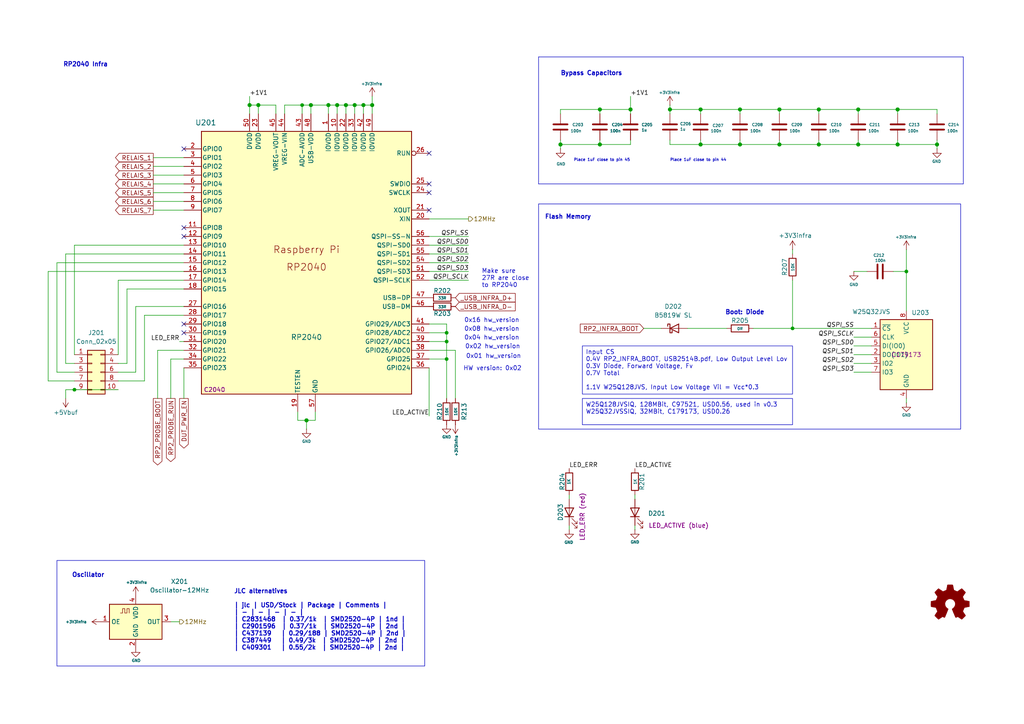
<source format=kicad_sch>
(kicad_sch (version 20250114) (generator "eeschema") (generator_version "9.0")
  (paper "A4")
  (title_block (title "Octoprobe tentacle") (date "2025-11-24") (rev "0.6") (company "Hans Märki, Märki Informatik") (comment 1 "The MIT License (MIT)"))
  (lib_symbols
    (symbol "00_project_library:+3V3infra" (power) (pin_numbers (hide yes)) (pin_names (offset 0) (hide yes))
      (property "Value" "+3V3infra" (at 0 3.556 0))
      (symbol "+3V3infra_0_1"
        (polyline (pts (xy -0.762 1.27) (xy 0 2.54)))
        (polyline (pts (xy 0 2.54) (xy 0.762 1.27)))
        (polyline (pts (xy 0 0) (xy 0 2.54)))
      )
      (symbol "+3V3infra_1_1"
        (pin power_in line (at 0 0 90) (length 0) (name "~") (number "1"))
      )
    )
    (symbol "00_project_library:+5Vbuf" (power) (pin_numbers (hide yes)) (pin_names (offset 0) (hide yes))
      (property "Value" "+5Vbuf" (at 0 3.556 0))
      (symbol "+5Vbuf_0_1"
        (polyline (pts (xy -0.762 1.27) (xy 0 2.54)))
        (polyline (pts (xy 0 2.54) (xy 0.762 1.27)))
        (polyline (pts (xy 0 0) (xy 0 2.54)))
      )
      (symbol "+5Vbuf_1_1"
        (pin power_in line (at 0 0 90) (length 0) (name "~") (number "1"))
      )
    )
    (symbol "00_project_library:C" (pin_numbers (hide yes)) (pin_names (offset 0.254))
      (property "Reference" "C" (at 0.635 2.54 0))
      (property "Value" "C" (at 0.635 -2.54 0))
      (symbol "C_0_1"
        (polyline (pts (xy -2.032 0.762) (xy 2.032 0.762)) (stroke (width 0.508)))
        (polyline (pts (xy -2.032 -0.762) (xy 2.032 -0.762)) (stroke (width 0.508)))
      )
      (symbol "C_1_1"
        (pin passive line (at 0 3.81 270) (length 2.794) (name "~") (number "1"))
        (pin passive line (at 0 -3.81 90) (length 2.794) (name "~") (number "2"))
      )
    )
    (symbol "00_project_library:LED BLUE" (pin_numbers (hide yes)) (pin_names (offset 1.016) (hide yes))
      (property "Reference" "D" (at 0 2.54 0))
      (property "Value" "LED BLUE" (at 0 -2.54 0))
      (symbol "LED BLUE_0_1"
        (polyline (pts (xy -3.048 -0.762) (xy -4.572 -2.286) (xy -3.81 -2.286) (xy -4.572 -2.286) (xy -4.572 -1.524)))
        (polyline (pts (xy -1.778 -0.762) (xy -3.302 -2.286) (xy -2.54 -2.286) (xy -3.302 -2.286) (xy -3.302 -1.524)))
        (polyline (pts (xy -1.27 0) (xy 1.27 0)))
        (polyline (pts (xy -1.27 -1.27) (xy -1.27 1.27)) (stroke (width 0.254)))
        (polyline (pts (xy 1.27 -1.27) (xy 1.27 1.27) (xy -1.27 0) (xy 1.27 -1.27)) (stroke (width 0.254)))
      )
      (symbol "LED BLUE_1_1"
        (pin passive line (at -3.81 0 0) (length 2.54) (name "K") (number "1"))
        (pin passive line (at 3.81 0 180) (length 2.54) (name "A") (number "2"))
      )
    )
    (symbol "00_project_library:LED GREEN" (pin_numbers (hide yes)) (pin_names (offset 1.016) (hide yes))
      (property "Reference" "D" (at 0 2.54 0))
      (property "Value" "LED GREEN" (at 0 -2.54 0))
      (symbol "LED GREEN_0_1"
        (polyline (pts (xy -3.048 -0.762) (xy -4.572 -2.286) (xy -3.81 -2.286) (xy -4.572 -2.286) (xy -4.572 -1.524)))
        (polyline (pts (xy -1.778 -0.762) (xy -3.302 -2.286) (xy -2.54 -2.286) (xy -3.302 -2.286) (xy -3.302 -1.524)))
        (polyline (pts (xy -1.27 0) (xy 1.27 0)))
        (polyline (pts (xy -1.27 -1.27) (xy -1.27 1.27)) (stroke (width 0.254)))
        (polyline (pts (xy 1.27 -1.27) (xy 1.27 1.27) (xy -1.27 0) (xy 1.27 -1.27)) (stroke (width 0.254)))
      )
      (symbol "LED GREEN_1_1"
        (pin passive line (at -3.81 0 0) (length 2.54) (name "K") (number "1"))
        (pin passive line (at 3.81 0 180) (length 2.54) (name "A") (number "2"))
      )
    )
    (symbol "00_project_library:Oscillator-12MHz"
      (property "Reference" "X" (at -5.08 6.35 0))
      (property "Value" "Oscillator-12MHz" (at 1.27 -6.35 0))
      (symbol "Oscillator-12MHz_0_1"
        (rectangle (start -7.62 5.08) (end 7.62 -5.08) (stroke (width 0.254)) (fill (type background)))
        (polyline (pts (xy -4.445 2.54) (xy -3.81 2.54) (xy -3.81 3.81) (xy -3.175 3.81) (xy -3.175 2.54) (xy -2.54 2.54) (xy -2.54 3.81) (xy -1.905 3.81) (xy -1.905 2.54)))
      )
      (symbol "Oscillator-12MHz_1_1"
        (pin input line (at -10.16 0 0) (length 2.54) (name "OE") (number "1"))
        (pin power_in line (at 0 7.62 270) (length 2.54) (name "VDD") (number "4"))
        (pin power_in line (at 0 -7.62 90) (length 2.54) (name "GND") (number "2"))
        (pin output line (at 10.16 0 180) (length 2.54) (name "OUT") (number "3"))
      )
    )
    (symbol "00_project_library:RP2040" (pin_names (offset 0.254))
      (property "Reference" "U" (at 1.27 78.74 0))
      (property "Value" "RP2040" (at 30.48 16.51 0))
      (symbol "RP2040_0_0"
        (text "Raspberry Pi" (at 30.48 41.91 0) (effects (font (size 2 2))))
        (text "RP2040" (at 30.48 36.83 0) (effects (font (size 2 2))))
      )
      (symbol "RP2040_1_0"
        (rectangle (start 0 76.2) (end 60.96 0) (stroke (width 0.254)) (fill (type background)))
      )
      (symbol "RP2040_1_1"
        (pin bidirectional line (at -5.08 71.12 0) (length 5.08) (name "GPIO0") (number "2"))
        (pin bidirectional line (at -5.08 68.58 0) (length 5.08) (name "GPIO1") (number "3"))
        (pin bidirectional line (at -5.08 66.04 0) (length 5.08) (name "GPIO2") (number "4"))
        (pin bidirectional line (at -5.08 63.5 0) (length 5.08) (name "GPIO3") (number "5"))
        (pin bidirectional line (at -5.08 60.96 0) (length 5.08) (name "GPIO4") (number "6"))
        (pin bidirectional line (at -5.08 58.42 0) (length 5.08) (name "GPIO5") (number "7"))
        (pin bidirectional line (at -5.08 55.88 0) (length 5.08) (name "GPIO6") (number "8"))
        (pin bidirectional line (at -5.08 53.34 0) (length 5.08) (name "GPIO7") (number "9"))
        (pin bidirectional line (at -5.08 48.26 0) (length 5.08) (name "GPIO8") (number "11"))
        (pin bidirectional line (at -5.08 45.72 0) (length 5.08) (name "GPIO9") (number "12"))
        (pin bidirectional line (at -5.08 43.18 0) (length 5.08) (name "GPIO10") (number "13"))
        (pin bidirectional line (at -5.08 40.64 0) (length 5.08) (name "GPIO11") (number "14"))
        (pin bidirectional line (at -5.08 38.1 0) (length 5.08) (name "GPIO12") (number "15"))
        (pin bidirectional line (at -5.08 35.56 0) (length 5.08) (name "GPIO13") (number "16"))
        (pin bidirectional line (at -5.08 33.02 0) (length 5.08) (name "GPIO14") (number "17"))
        (pin bidirectional line (at -5.08 30.48 0) (length 5.08) (name "GPIO15") (number "18"))
        (pin bidirectional line (at -5.08 25.4 0) (length 5.08) (name "GPIO16") (number "27"))
        (pin bidirectional line (at -5.08 22.86 0) (length 5.08) (name "GPIO17") (number "28"))
        (pin bidirectional line (at -5.08 20.32 0) (length 5.08) (name "GPIO18") (number "29"))
        (pin bidirectional line (at -5.08 17.78 0) (length 5.08) (name "GPIO19") (number "30"))
        (pin bidirectional line (at -5.08 15.24 0) (length 5.08) (name "GPIO20") (number "31"))
        (pin bidirectional line (at -5.08 12.7 0) (length 5.08) (name "GPIO21") (number "32"))
        (pin bidirectional line (at -5.08 10.16 0) (length 5.08) (name "GPIO22") (number "34"))
        (pin bidirectional line (at -5.08 7.62 0) (length 5.08) (name "GPIO23") (number "35"))
        (pin power_in line (at 13.97 81.28 270) (length 5.08) (name "DVDD") (number "50"))
        (pin power_in line (at 16.51 81.28 270) (length 5.08) (name "DVDD") (number "23"))
        (pin power_out line (at 21.59 81.28 270) (length 5.08) (name "VREG-VOUT") (number "45"))
        (pin power_in line (at 24.13 81.28 270) (length 5.08) (name "VREG-VIN") (number "44"))
        (pin input line (at 27.94 -5.08 90) (length 5.08) (name "TESTEN") (number "19"))
        (pin power_in line (at 29.21 81.28 270) (length 5.08) (name "ADC-AVDD") (number "43"))
        (pin power_in line (at 31.75 81.28 270) (length 5.08) (name "USB-VDD") (number "48"))
        (pin power_in line (at 33.02 -5.08 90) (length 5.08) (name "GND") (number "57"))
        (pin power_in line (at 36.83 81.28 270) (length 5.08) (name "IOVDD") (number "1"))
        (pin power_in line (at 39.37 81.28 270) (length 5.08) (name "IOVDD") (number "10"))
        (pin power_in line (at 41.91 81.28 270) (length 5.08) (name "IOVDD") (number "22"))
        (pin power_in line (at 44.45 81.28 270) (length 5.08) (name "IOVDD") (number "33"))
        (pin power_in line (at 46.99 81.28 270) (length 5.08) (name "IOVDD") (number "42"))
        (pin power_in line (at 49.53 81.28 270) (length 5.08) (name "IOVDD") (number "49"))
        (pin input inverted (at 66.04 69.85 180) (length 5.08) (name "RUN") (number "26"))
        (pin unspecified line (at 66.04 60.96 180) (length 5.08) (name "SWDIO") (number "25"))
        (pin unspecified line (at 66.04 58.42 180) (length 5.08) (name "SWCLK") (number "24"))
        (pin output line (at 66.04 53.34 180) (length 5.08) (name "XOUT") (number "21"))
        (pin bidirectional line (at 66.04 50.8 180) (length 5.08) (name "XIN") (number "20"))
        (pin bidirectional line (at 66.04 45.72 180) (length 5.08) (name "QSPI-SS-N") (number "56"))
        (pin bidirectional line (at 66.04 43.18 180) (length 5.08) (name "QSPI-SD0") (number "53"))
        (pin bidirectional line (at 66.04 40.64 180) (length 5.08) (name "QSPI-SD1") (number "55"))
        (pin bidirectional line (at 66.04 38.1 180) (length 5.08) (name "QSPI-SD2") (number "54"))
        (pin bidirectional line (at 66.04 35.56 180) (length 5.08) (name "QSPI-SD3") (number "51"))
        (pin bidirectional line (at 66.04 33.02 180) (length 5.08) (name "QSPI-SCLK") (number "52"))
        (pin bidirectional line (at 66.04 27.94 180) (length 5.08) (name "USB-DP") (number "47"))
        (pin bidirectional line (at 66.04 25.4 180) (length 5.08) (name "USB-DM") (number "46"))
        (pin bidirectional line (at 66.04 20.32 180) (length 5.08) (name "GPIO29/ADC3") (number "41"))
        (pin bidirectional line (at 66.04 17.78 180) (length 5.08) (name "GPIO28/ADC2") (number "40"))
        (pin bidirectional line (at 66.04 15.24 180) (length 5.08) (name "GPIO27/ADC1") (number "39"))
        (pin bidirectional line (at 66.04 12.7 180) (length 5.08) (name "GPIO26/ADC0") (number "38"))
        (pin bidirectional line (at 66.04 10.16 180) (length 5.08) (name "GPIO25") (number "37"))
        (pin bidirectional line (at 66.04 7.62 180) (length 5.08) (name "GPIO24") (number "36"))
      )
    )
    (symbol "00_project_library:W25Q32JVS"
      (property "Reference" "U" (at -8.89 8.89 0))
      (property "Value" "W25Q32JVS" (at 8.89 12.7 0))
      (property "JLC" "C179173" (at 0 0 0))
      (symbol "W25Q32JVS_0_1"
        (rectangle (start -7.62 10.16) (end 7.62 -10.16) (stroke (width 0.254)) (fill (type background)))
      )
      (symbol "W25Q32JVS_1_1"
        (pin input line (at -10.16 7.62 0) (length 2.54) (name "~{CS}") (number "1"))
        (pin input line (at -10.16 5.08 0) (length 2.54) (name "CLK") (number "6"))
        (pin bidirectional line (at -10.16 2.54 0) (length 2.54) (name "DI(IO0)") (number "5"))
        (pin bidirectional line (at -10.16 0 0) (length 2.54) (name "DO(IO1)") (number "2"))
        (pin bidirectional line (at -10.16 -2.54 0) (length 2.54) (name "IO2") (number "3"))
        (pin bidirectional line (at -10.16 -5.08 0) (length 2.54) (name "IO3") (number "7"))
        (pin power_in line (at 0 12.7 270) (length 2.54) (name "VCC") (number "8"))
        (pin power_in line (at 0 -12.7 90) (length 2.54) (name "GND") (number "4"))
      )
    )
    (symbol "Connector_Generic:Conn_02x05_Odd_Even" (pin_names (offset 1.016) (hide yes))
      (property "Reference" "J" (at 1.27 7.62 0))
      (property "Value" "Conn_02x05_Odd_Even" (at 1.27 -7.62 0))
      (symbol "Conn_02x05_Odd_Even_1_1"
        (rectangle (start -1.27 6.35) (end 3.81 -6.35) (stroke (width 0.254)) (fill (type background)))
        (rectangle (start -1.27 5.207) (end 0 4.953) (stroke (width 0.1524)))
        (rectangle (start -1.27 2.667) (end 0 2.413) (stroke (width 0.1524)))
        (rectangle (start -1.27 0.127) (end 0 -0.127) (stroke (width 0.1524)))
        (rectangle (start -1.27 -2.413) (end 0 -2.667) (stroke (width 0.1524)))
        (rectangle (start -1.27 -4.953) (end 0 -5.207) (stroke (width 0.1524)))
        (rectangle (start 3.81 5.207) (end 2.54 4.953) (stroke (width 0.1524)))
        (rectangle (start 3.81 2.667) (end 2.54 2.413) (stroke (width 0.1524)))
        (rectangle (start 3.81 0.127) (end 2.54 -0.127) (stroke (width 0.1524)))
        (rectangle (start 3.81 -2.413) (end 2.54 -2.667) (stroke (width 0.1524)))
        (rectangle (start 3.81 -4.953) (end 2.54 -5.207) (stroke (width 0.1524)))
        (pin passive line (at -5.08 5.08 0) (length 3.81) (name "Pin_1") (number "1"))
        (pin passive line (at -5.08 2.54 0) (length 3.81) (name "Pin_3") (number "3"))
        (pin passive line (at -5.08 0 0) (length 3.81) (name "Pin_5") (number "5"))
        (pin passive line (at -5.08 -2.54 0) (length 3.81) (name "Pin_7") (number "7"))
        (pin passive line (at -5.08 -5.08 0) (length 3.81) (name "Pin_9") (number "9"))
        (pin passive line (at 7.62 5.08 180) (length 3.81) (name "Pin_2") (number "2"))
        (pin passive line (at 7.62 2.54 180) (length 3.81) (name "Pin_4") (number "4"))
        (pin passive line (at 7.62 0 180) (length 3.81) (name "Pin_6") (number "6"))
        (pin passive line (at 7.62 -2.54 180) (length 3.81) (name "Pin_8") (number "8"))
        (pin passive line (at 7.62 -5.08 180) (length 3.81) (name "Pin_10") (number "10"))
      )
    )
    (symbol "Device:D_Schottky" (pin_numbers (hide yes)) (pin_names (offset 1.016) (hide yes))
      (property "Reference" "D" (at 0 2.54 0))
      (property "Value" "D_Schottky" (at 0 -2.54 0))
      (symbol "D_Schottky_0_1"
        (polyline (pts (xy -1.905 0.635) (xy -1.905 1.27) (xy -1.27 1.27) (xy -1.27 -1.27) (xy -0.635 -1.27) (xy -0.635 -0.635)) (stroke (width 0.254)))
        (polyline (pts (xy 1.27 1.27) (xy 1.27 -1.27) (xy -1.27 0) (xy 1.27 1.27)) (stroke (width 0.254)))
        (polyline (pts (xy 1.27 0) (xy -1.27 0)))
      )
      (symbol "D_Schottky_1_1"
        (pin passive line (at -3.81 0 0) (length 2.54) (name "K") (number "1"))
        (pin passive line (at 3.81 0 180) (length 2.54) (name "A") (number "2"))
      )
    )
    (symbol "Device:R" (pin_numbers (hide yes)) (pin_names (offset 0))
      (property "Reference" "R" (at 2.032 0 90))
      (property "Value" "R" (at 0 0 90))
      (symbol "R_0_1"
        (rectangle (start -1.016 -2.54) (end 1.016 2.54) (stroke (width 0.254)))
      )
      (symbol "R_1_1"
        (pin passive line (at 0 3.81 270) (length 1.27) (name "~") (number "1"))
        (pin passive line (at 0 -3.81 90) (length 1.27) (name "~") (number "2"))
      )
    )
    (symbol "Graphic:Logo_Open_Hardware_Small" (in_bom no) (on_board no)
      (symbol "Logo_Open_Hardware_Small_0_1"
        (polyline (pts (xy 3.3528 -4.3434) (xy 3.302 -4.318) (xy 3.175 -4.2418) (xy 2.9972 -4.1148) (xy 2.7686 -3.9624) (xy 2.54 -3.81) (xy 2.3622 -3.7084) (xy 2.2352 -3.6068) (xy 2.1844 -3.5814) (xy 2.159 -3.6068) (xy 2.0574 -3.6576) (xy 1.905 -3.7338) (xy 1.8034 -3.7846) (xy 1.6764 -3.8354) (xy 1.6002 -3.8354) (xy 1.6002 -3.8354) (xy 1.5494 -3.7338) (xy 1.4732 -3.5306) (xy 1.3462 -3.302) (xy 1.2446 -3.0226) (xy 1.1176 -2.7178) (xy 0.9652 -2.413) (xy 0.8636 -2.1082) (xy 0.7366 -1.8288) (xy 0.6604 -1.6256) (xy 0.6096 -1.4732) (xy 0.5842 -1.397) (xy 0.5842 -1.397) (xy 0.6604 -1.3208) (xy 0.7874 -1.2446) (xy 1.0414 -1.016) (xy 1.2954 -0.6858) (xy 1.4478 -0.3302) (xy 1.524 0.0762) (xy 1.4732 0.4572) (xy 1.3208 0.8128) (xy 1.0668 1.143) (xy 0.762 1.3716) (xy 0.4064 1.524) (xy 0 1.5748) (xy -0.381 1.5494) (xy -0.7366 1.397) (xy -1.0668 1.143) (xy -1.2192 0.9906) (xy -1.397 0.6604) (xy -1.524 0.3048) (xy -1.524 0.2286) (xy -1.4986 -0.1778) (xy -1.397 -0.5334) (xy -1.1938 -0.8636) (xy -0.9144 -1.143) (xy -0.8636 -1.1684) (xy -0.7366 -1.27) (xy -0.635 -1.3462) (xy -0.5842 -1.397) (xy -1.0668 -2.5908) (xy -1.143 -2.794) (xy -1.2954 -3.1242) (xy -1.397 -3.4036) (xy -1.4986 -3.6322) (xy -1.5748 -3.7846) (xy -1.6002 -3.8354) (xy -1.6002 -3.8354) (xy -1.651 -3.8354) (xy -1.7272 -3.81) (xy -1.905 -3.7338) (xy -2.0066 -3.683) (xy -2.1336 -3.6068) (xy -2.2098 -3.5814) (xy -2.2606 -3.6068) (xy -2.3622 -3.683) (xy -2.54 -3.81) (xy -2.7686 -3.9624) (xy -2.9718 -4.0894) (xy -3.1496 -4.2164) (xy -3.302 -4.318) (xy -3.3528 -4.3434) (xy -3.3782 -4.3434) (xy -3.429 -4.318) (xy -3.5306 -4.2164) (xy -3.7084 -4.064) (xy -3.937 -3.8354) (xy -3.9624 -3.81) (xy -4.1656 -3.6068) (xy -4.318 -3.4544) (xy -4.4196 -3.3274) (xy -4.445 -3.2766) (xy -4.445 -3.2766) (xy -4.4196 -3.2258) (xy -4.318 -3.0734) (xy -4.2164 -2.8956) (xy -4.064 -2.667) (xy -3.6576 -2.0828) (xy -3.8862 -1.5494) (xy -3.937 -1.3716) (xy -4.0386 -1.1684) (xy -4.0894 -1.0414) (xy -4.1148 -0.9652) (xy -4.191 -0.9398) (xy -4.318 -0.9144) (xy -4.5466 -0.8636) (xy -4.8006 -0.8128) (xy -5.0546 -0.7874) (xy -5.2578 -0.7366) (xy -5.4356 -0.7112) (xy -5.5118 -0.6858) (xy -5.5118 -0.6858) (xy -5.5372 -0.635) (xy -5.5372 -0.5588) (xy -5.5372 -0.4318) (xy -5.5626 -0.2286) (xy -5.5626 0.0762) (xy -5.5626 0.127) (xy -5.5372 0.4064) (xy -5.5372 0.635) (xy -5.5372 0.762) (xy -5.5372 0.8382) (xy -5.5372 0.8382) (xy -5.461 0.8382) (xy -5.3086 0.889) (xy -5.08 0.9144) (xy -4.826 0.9652) (xy -4.8006 0.9906) (xy -4.5466 1.0414) (xy -4.318 1.0668) (xy -4.1656 1.1176) (xy -4.0894 1.143) (xy -4.0894 1.143) (xy -4.0386 1.2446) (xy -3.9624 1.4224) (xy -3.8608 1.6256) (xy -3.7846 1.8288) (xy -3.7084 2.0066) (xy -3.6576 2.159) (xy -3.6322 2.2098) (xy -3.6322 2.2098) (xy -3.683 2.286) (xy -3.7592 2.413) (xy -3.8862 2.5908) (xy -4.064 2.8194) (xy -4.064 2.8448) (xy -4.2164 3.0734) (xy -4.3434 3.2512) (xy -4.4196 3.3782) (xy -4.445 3.4544) (xy -4.445 3.4544) (xy -4.3942 3.5052) (xy -4.2926 3.6322) (xy -4.1148 3.81) (xy -3.937 4.0132) (xy -3.8608 4.064) (xy -3.6576 4.2926) (xy -3.5052 4.4196) (xy -3.4036 4.4958) (xy -3.3528 4.5212) (xy -3.3528 4.5212) (xy -3.302 4.4704) (xy -3.1496 4.3688) (xy -2.9718 4.2418) (xy -2.7432 4.0894) (xy -2.7178 4.0894) (xy -2.4892 3.937) (xy -2.3114 3.81) (xy -2.1844 3.7084) (xy -2.1336 3.683) (xy -2.1082 3.683) (xy -2.032 3.7084) (xy -1.8542 3.7592) (xy -1.6764 3.8354) (xy -1.4732 3.937) (xy -1.27 4.0132) (xy -1.143 4.064) (xy -1.0668 4.1148) (xy -1.0668 4.1148) (xy -1.0414 4.191) (xy -1.016 4.3434) (xy -0.9652 4.572) (xy -0.9144 4.8514) (xy -0.889 4.9022) (xy -0.8382 5.1562) (xy -0.8128 5.3848) (xy -0.7874 5.5372) (xy -0.762 5.588) (xy -0.7112 5.6134) (xy -0.5842 5.6134) (xy -0.4064 5.6134) (xy -0.1524 5.6134) (xy 0.0762 5.6134) (xy 0.3302 5.6134) (xy 0.5334 5.6134) (xy 0.6858 5.588) (xy 0.7366 5.588) (xy 0.7366 5.588) (xy 0.762 5.5118) (xy 0.8128 5.334) (xy 0.8382 5.1054) (xy 0.9144 4.826) (xy 0.9144 4.7752) (xy 0.9652 4.5212) (xy 1.016 4.2926) (xy 1.0414 4.1402) (xy 1.0668 4.0894) (xy 1.0668 4.0894) (xy 1.1938 4.0386) (xy 1.3716 3.9624) (xy 1.5748 3.8608) (xy 2.0828 3.6576) (xy 2.7178 4.0894) (xy 2.7686 4.1402) (xy 2.9972 4.2926) (xy 3.175 4.4196) (xy 3.302 4.4958) (xy 3.3782 4.5212) (xy 3.3782 4.5212) (xy 3.429 4.4704) (xy 3.556 4.3434) (xy 3.7338 4.191) (xy 3.9116 3.9878) (xy 4.064 3.8354) (xy 4.2418 3.6576) (xy 4.3434 3.556) (xy 4.4196 3.4798) (xy 4.4196 3.429) (xy 4.4196 3.4036) (xy 4.3942 3.3274) (xy 4.2926 3.2004) (xy 4.1656 2.9972) (xy 4.0132 2.794) (xy 3.8862 2.5908) (xy 3.7592 2.3876) (xy 3.6576 2.2352) (xy 3.6322 2.159) (xy 3.6322 2.1336) (xy 3.683 2.0066) (xy 3.7592 1.8288) (xy 3.8608 1.6002) (xy 4.064 1.1176) (xy 4.3942 1.0414) (xy 4.5974 1.016) (xy 4.8768 0.9652) (xy 5.1308 0.9144) (xy 5.5372 0.8382) (xy 5.5626 -0.6604) (xy 5.4864 -0.6858) (xy 5.4356 -0.6858) (xy 5.2832 -0.7366) (xy 5.0546 -0.762) (xy 4.8006 -0.8128) (xy 4.5974 -0.8636) (xy 4.3688 -0.9144) (xy 4.2164 -0.9398) (xy 4.1402 -0.9398) (xy 4.1148 -0.9652) (xy 4.064 -1.0668) (xy 3.9878 -1.2446) (xy 3.9116 -1.4478) (xy 3.81 -1.651) (xy 3.7338 -1.8542) (xy 3.683 -2.0066) (xy 3.6576 -2.0828) (xy 3.683 -2.1336) (xy 3.7846 -2.2606) (xy 3.8862 -2.4638) (xy 4.0386 -2.667) (xy 4.191 -2.8956) (xy 4.318 -3.0734) (xy 4.3942 -3.2004) (xy 4.445 -3.2766) (xy 4.4196 -3.3274) (xy 4.3434 -3.429) (xy 4.1656 -3.5814) (xy 3.937 -3.8354) (xy 3.8862 -3.8608) (xy 3.683 -4.064) (xy 3.5306 -4.2164) (xy 3.4036 -4.318) (xy 3.3528 -4.3434)) (fill (type outline)))
      )
    )
    (symbol "power:GND" (power) (pin_numbers (hide yes)) (pin_names (offset 0) (hide yes))
      (property "Value" "GND" (at 0 -3.81 0))
      (symbol "GND_0_1"
        (polyline (pts (xy 0 0) (xy 0 -1.27) (xy 1.27 -1.27) (xy 0 -2.54) (xy -1.27 -1.27) (xy 0 -1.27)))
      )
      (symbol "GND_1_1"
        (pin power_in line (at 0 0 270) (length 0) (name "~") (number "1"))
      )
    )
  )
  (rectangle (start 156.21 59.1509) (end 278.638 124.46))
  (rectangle (start 16.51 162.56) (end 123.19 193.167))
  (text "Oscillator" (at 20.828 167.64 0) (effects (font (size 1.27 1.27) (thickness 0.254) (bold yes)) (justify left bottom)))
  (text "0x08 hw_version" (at 134.62 96.266 0) (effects (font (size 1.27 1.27)) (justify left bottom)))
  (text "0x01 hw_version" (at 135.128 104.14 0) (effects (font (size 1.27 1.27)) (justify left bottom)))
  (text "0x16 hw_version" (at 134.62 93.726 0) (effects (font (size 1.27 1.27)) (justify left bottom)))
  (text "0x04 hw_version" (at 134.6161 98.806 0) (effects (font (size 1.27 1.27)) (justify left bottom)))
  (text "0x02 hw_version" (at 134.874 101.346 0) (effects (font (size 1.27 1.27)) (justify left bottom)))
  (text "JLC alternatives\n\n| jlc | USD/Stock | Package | Comments |\n| - | - | - | - |\n| C2831468  | 0.37/1k  | SMD2520-4P | 1nd |\n| C2901596  | 0.37/1k  | SMD2520-4P | 2nd |\n| C437139   | 0.29/188 | SMD2520-4P | 2nd |\n| C387449   | 0.49/3k  | SMD2520-4P | 2nd |\n| C409301   | 0.55/2k  | SMD2520-4P | 2nd |" (at 67.818 188.722 0) (effects (font (size 1.27 1.27) (thickness 0.254) (bold yes)) (justify left bottom)))
  (text "Make sure\n27R are close\nto RP2040" (at 139.7 83.566 0) (effects (font (size 1.27 1.27)) (justify left bottom)))
  (text "HW version: 0x02" (at 134.366 107.696 0) (effects (font (size 1.27 1.27)) (justify left bottom)))
  (text "RP2040 Infra" (at 18.288 19.558 0) (effects (font (size 1.27 1.27) (thickness 0.254) (bold yes)) (justify left bottom)))
  (text "Place 1uF close to pin 44" (at 194.31 46.99 0) (effects (font (size 0.8 0.8)) (justify left bottom)))
  (text "Place 1uF close to pin 45" (at 166.37 46.99 0) (effects (font (size 0.8 0.8)) (justify left bottom)))
  (text "Boot: Diode" (at 210.312 91.44 0) (effects (font (size 1.27 1.27) (thickness 0.254) (bold yes)) (justify left bottom)))
  (text "Flash Memory" (at 157.988 63.754 0) (effects (font (size 1.27 1.27) (thickness 0.254) (bold yes)) (justify left bottom)))
  (text "Bypass Capacitors" (at 162.56 22.098 0) (effects (font (size 1.27 1.27) (thickness 0.254) (bold yes)) (justify left bottom)))
  (text_box "W25Q128JVSIQ, 128MBit, C97521, USD0.56, used in v0.3\nW25Q32JVSSIQ, 32MBit, C179173, USD0.26" (at 168.91 115.57 0) (size 60.96 7.62) (margins 0.9525 0.9525 0.9525 0.9525) (effects (font (size 1.27 1.27)) (justify left top)))
  (text_box "Input CS\n0.4V RP2_INFRA_BOOT, USB2514B.pdf, Low Output Level Lov\n0.3V Diode, Forward Voltage, Fv\n0.7V Total\n\n1.1V W25Q128JVS, Input Low Voltage Vil = Vcc*0.3\n" (at 168.91 100.33 0) (size 60.96 13.97) (margins 0.9525 0.9525 0.9525 0.9525) (effects (font (size 1.27 1.27)) (justify left top)))
  (junction (at 100.33 30.48) (diameter 1.016))
  (junction (at 129.54 104.14))
  (junction (at 129.54 96.52))
  (junction (at 88.9 121.92) (diameter 1.016))
  (junction (at 262.89 78.74))
  (junction (at 182.88 31.75) (diameter 1.016))
  (junction (at 107.95 30.48) (diameter 1.016))
  (junction (at 226.06 31.75) (diameter 1.016))
  (junction (at 162.56 41.91) (diameter 1.016))
  (junction (at 87.63 30.48))
  (junction (at 237.49 31.75) (diameter 1.016))
  (junction (at 72.39 30.48) (diameter 1.016))
  (junction (at 226.06 41.91) (diameter 1.016))
  (junction (at 248.92 31.75) (diameter 1.016))
  (junction (at 97.79 30.48) (diameter 1.016))
  (junction (at 129.54 99.06))
  (junction (at 173.99 41.91) (diameter 1.016))
  (junction (at 90.17 30.48) (diameter 1.016))
  (junction (at 214.63 31.75) (diameter 1.016))
  (junction (at 194.31 31.75) (diameter 1.016))
  (junction (at 271.78 41.91) (diameter 1.016))
  (junction (at 105.41 30.48) (diameter 1.016))
  (junction (at 95.25 30.48) (diameter 1.016))
  (junction (at 74.93 30.48) (diameter 1.016))
  (junction (at 229.87 95.25))
  (junction (at 260.35 31.75) (diameter 1.016))
  (junction (at 203.2 41.91) (diameter 1.016))
  (junction (at 214.63 41.91) (diameter 1.016))
  (junction (at 260.35 41.91) (diameter 1.016))
  (junction (at 102.87 30.48) (diameter 1.016))
  (junction (at 237.49 41.91) (diameter 1.016))
  (junction (at 21.59 113.03))
  (junction (at 248.92 41.91) (diameter 1.016))
  (junction (at 173.99 31.75) (diameter 1.016))
  (junction (at 203.2 31.75) (diameter 1.016))
  (no_connect (at 53.34 68.58))
  (no_connect (at 53.34 96.52))
  (no_connect (at 124.46 53.34))
  (no_connect (at 53.34 66.04))
  (no_connect (at 124.46 60.96))
  (no_connect (at 124.46 55.88))
  (no_connect (at 53.34 43.18))
  (no_connect (at 53.34 93.98))
  (no_connect (at 124.46 44.45))
  (wire (pts (xy 107.95 33.02) (xy 107.95 30.48)))
  (wire (pts (xy 124.46 104.14) (xy 129.54 104.14)))
  (wire (pts (xy 44.45 48.26) (xy 53.34 48.26)))
  (wire (pts (xy 262.89 72.39) (xy 262.89 78.74)))
  (wire (pts (xy 36.83 83.82) (xy 53.34 83.82)))
  (wire (pts (xy 124.46 71.12) (xy 135.89 71.12)))
  (wire (pts (xy 39.37 88.9) (xy 39.37 107.95)))
  (wire (pts (xy 88.9 121.92) (xy 91.44 121.92)))
  (wire (pts (xy 44.45 58.42) (xy 53.34 58.42)))
  (wire (pts (xy 21.59 110.49) (xy 13.97 110.49)))
  (wire (pts (xy 91.44 121.92) (xy 91.44 119.38)))
  (wire (pts (xy 100.33 30.48) (xy 102.87 30.48)))
  (wire (pts (xy 90.17 33.02) (xy 90.17 30.48)))
  (wire (pts (xy 226.06 41.91) (xy 214.63 41.91)))
  (wire (pts (xy 105.41 30.48) (xy 107.95 30.48)))
  (wire (pts (xy 102.87 30.48) (xy 105.41 30.48)))
  (wire (pts (xy 260.35 33.02) (xy 260.35 31.75)))
  (wire (pts (xy 262.89 78.74) (xy 262.89 90.17)))
  (wire (pts (xy 203.2 40.64) (xy 203.2 41.91)))
  (wire (pts (xy 252.73 105.41) (xy 247.65 105.41)))
  (wire (pts (xy 237.49 33.02) (xy 237.49 31.75)))
  (polyline (pts (xy 156.21 16.51) (xy 156.21 53.34)))
  (wire (pts (xy 16.51 76.2) (xy 16.51 107.95)))
  (wire (pts (xy 194.31 31.75) (xy 194.31 33.02)))
  (wire (pts (xy 173.99 41.91) (xy 173.99 40.64)))
  (wire (pts (xy 260.35 31.75) (xy 271.78 31.75)))
  (wire (pts (xy 21.59 113.03) (xy 34.29 113.03)))
  (wire (pts (xy 21.59 71.12) (xy 53.34 71.12)))
  (wire (pts (xy 21.59 102.87) (xy 21.59 71.12)))
  (wire (pts (xy 262.89 115.57) (xy 262.89 116.84)))
  (wire (pts (xy 124.46 68.58) (xy 135.89 68.58)))
  (wire (pts (xy 203.2 31.75) (xy 214.63 31.75)))
  (wire (pts (xy 87.63 33.02) (xy 87.63 30.48)))
  (wire (pts (xy 260.35 41.91) (xy 248.92 41.91)))
  (wire (pts (xy 132.08 101.6) (xy 132.08 115.57)))
  (wire (pts (xy 229.87 95.25) (xy 252.73 95.25)))
  (wire (pts (xy 88.9 124.46) (xy 88.9 121.92)))
  (wire (pts (xy 252.73 100.33) (xy 247.65 100.33)))
  (polyline (pts (xy 279.4 53.34) (xy 156.21 53.34)))
  (wire (pts (xy 194.31 40.64) (xy 194.31 41.91)))
  (wire (pts (xy 248.92 41.91) (xy 237.49 41.91)))
  (wire (pts (xy 124.46 120.65) (xy 124.46 106.68)))
  (wire (pts (xy 248.92 40.64) (xy 248.92 41.91)))
  (wire (pts (xy 45.72 101.6) (xy 53.34 101.6)))
  (wire (pts (xy 162.56 41.91) (xy 173.99 41.91)))
  (wire (pts (xy 247.65 78.74) (xy 251.46 78.74)))
  (wire (pts (xy 97.79 30.48) (xy 100.33 30.48)))
  (wire (pts (xy 124.46 73.66) (xy 135.89 73.66)))
  (wire (pts (xy 87.63 30.48) (xy 90.17 30.48)))
  (wire (pts (xy 53.34 104.14) (xy 49.53 104.14)))
  (wire (pts (xy 102.87 33.02) (xy 102.87 30.48)))
  (wire (pts (xy 248.92 31.75) (xy 260.35 31.75)))
  (wire (pts (xy 271.78 41.91) (xy 271.78 43.18)))
  (wire (pts (xy 72.39 27.94) (xy 72.39 30.48)))
  (wire (pts (xy 74.93 33.02) (xy 74.93 30.48)))
  (wire (pts (xy 184.15 153.67) (xy 184.15 152.4)))
  (wire (pts (xy 86.36 121.92) (xy 86.36 119.38)))
  (wire (pts (xy 124.46 63.5) (xy 135.89 63.5)))
  (wire (pts (xy 95.25 33.02) (xy 95.25 30.48)))
  (wire (pts (xy 124.46 96.52) (xy 129.54 96.52)))
  (wire (pts (xy 248.92 33.02) (xy 248.92 31.75)))
  (wire (pts (xy 229.87 81.28) (xy 229.87 95.25)))
  (wire (pts (xy 252.73 97.79) (xy 247.65 97.79)))
  (wire (pts (xy 271.78 33.02) (xy 271.78 31.75)))
  (wire (pts (xy 182.88 27.94) (xy 182.88 31.75)))
  (wire (pts (xy 82.55 33.02) (xy 82.55 30.48)))
  (wire (pts (xy 259.08 78.74) (xy 262.89 78.74)))
  (wire (pts (xy 19.05 105.41) (xy 21.59 105.41)))
  (wire (pts (xy 124.46 101.6) (xy 132.08 101.6)))
  (wire (pts (xy 45.72 101.6) (xy 45.72 115.57)))
  (wire (pts (xy 194.31 31.75) (xy 203.2 31.75)))
  (wire (pts (xy 39.37 107.95) (xy 34.29 107.95)))
  (wire (pts (xy 194.31 41.91) (xy 203.2 41.91)))
  (wire (pts (xy 34.29 81.28) (xy 34.29 102.87)))
  (wire (pts (xy 199.39 95.25) (xy 210.82 95.25)))
  (wire (pts (xy 49.53 104.14) (xy 49.53 115.57)))
  (wire (pts (xy 100.33 33.02) (xy 100.33 30.48)))
  (wire (pts (xy 41.91 110.49) (xy 41.91 91.44)))
  (wire (pts (xy 95.25 30.48) (xy 97.79 30.48)))
  (wire (pts (xy 105.41 30.48) (xy 105.41 33.02)))
  (wire (pts (xy 271.78 40.64) (xy 271.78 41.91)))
  (wire (pts (xy 214.63 40.64) (xy 214.63 41.91)))
  (wire (pts (xy 129.54 93.98) (xy 129.54 96.52)))
  (wire (pts (xy 53.34 88.9) (xy 39.37 88.9)))
  (wire (pts (xy 162.56 31.75) (xy 173.99 31.75)))
  (wire (pts (xy 80.01 30.48) (xy 74.93 30.48)))
  (wire (pts (xy 124.46 93.98) (xy 129.54 93.98)))
  (wire (pts (xy 34.29 105.41) (xy 36.83 105.41)))
  (wire (pts (xy 41.91 91.44) (xy 53.34 91.44)))
  (wire (pts (xy 182.88 31.75) (xy 182.88 33.02)))
  (wire (pts (xy 252.73 107.95) (xy 247.65 107.95)))
  (wire (pts (xy 44.45 50.8) (xy 53.34 50.8)))
  (wire (pts (xy 218.44 95.25) (xy 229.87 95.25)))
  (wire (pts (xy 237.49 40.64) (xy 237.49 41.91)))
  (wire (pts (xy 129.54 104.14) (xy 129.54 115.57)))
  (wire (pts (xy 82.55 30.48) (xy 87.63 30.48)))
  (wire (pts (xy 162.56 41.91) (xy 162.56 43.18)))
  (wire (pts (xy 237.49 41.91) (xy 226.06 41.91)))
  (wire (pts (xy 229.87 72.39) (xy 229.87 73.66)))
  (wire (pts (xy 129.54 99.06) (xy 129.54 104.14)))
  (wire (pts (xy 237.49 31.75) (xy 248.92 31.75)))
  (wire (pts (xy 52.07 99.06) (xy 53.34 99.06)))
  (wire (pts (xy 49.53 180.34) (xy 52.07 180.34)))
  (wire (pts (xy 44.45 55.88) (xy 53.34 55.88)))
  (wire (pts (xy 44.45 45.72) (xy 53.34 45.72)))
  (wire (pts (xy 214.63 33.02) (xy 214.63 31.75)))
  (polyline (pts (xy 156.21 16.51) (xy 279.4 16.51)))
  (wire (pts (xy 53.34 73.66) (xy 19.05 73.66)))
  (wire (pts (xy 173.99 31.75) (xy 182.88 31.75)))
  (wire (pts (xy 53.34 76.2) (xy 16.51 76.2)))
  (wire (pts (xy 186.69 95.25) (xy 191.77 95.25)))
  (wire (pts (xy 13.97 110.49) (xy 13.97 78.74)))
  (wire (pts (xy 97.79 33.02) (xy 97.79 30.48)))
  (wire (pts (xy 182.88 41.91) (xy 173.99 41.91)))
  (wire (pts (xy 44.45 53.34) (xy 53.34 53.34)))
  (wire (pts (xy 90.17 30.48) (xy 95.25 30.48)))
  (wire (pts (xy 226.06 31.75) (xy 237.49 31.75)))
  (wire (pts (xy 252.73 102.87) (xy 247.65 102.87)))
  (wire (pts (xy 226.06 40.64) (xy 226.06 41.91)))
  (wire (pts (xy 72.39 30.48) (xy 72.39 33.02)))
  (wire (pts (xy 88.9 121.92) (xy 86.36 121.92)))
  (wire (pts (xy 72.39 30.48) (xy 74.93 30.48)))
  (wire (pts (xy 173.99 33.02) (xy 173.99 31.75)))
  (wire (pts (xy 34.29 110.49) (xy 41.91 110.49)))
  (wire (pts (xy 214.63 41.91) (xy 203.2 41.91)))
  (wire (pts (xy 184.15 144.78) (xy 184.15 143.51)))
  (wire (pts (xy 19.05 115.57) (xy 19.05 113.03)))
  (wire (pts (xy 165.1 152.4) (xy 165.1 153.67)))
  (wire (pts (xy 19.05 113.03) (xy 21.59 113.03)))
  (wire (pts (xy 124.46 99.06) (xy 129.54 99.06)))
  (wire (pts (xy 260.35 41.91) (xy 271.78 41.91)))
  (wire (pts (xy 162.56 40.64) (xy 162.56 41.91)))
  (polyline (pts (xy 279.4 16.51) (xy 279.4 53.34)))
  (wire (pts (xy 107.95 27.94) (xy 107.95 30.48)))
  (wire (pts (xy 129.54 96.52) (xy 129.54 99.06)))
  (wire (pts (xy 13.97 78.74) (xy 53.34 78.74)))
  (wire (pts (xy 16.51 107.95) (xy 21.59 107.95)))
  (wire (pts (xy 124.46 81.28) (xy 135.89 81.28)))
  (wire (pts (xy 19.05 73.66) (xy 19.05 105.41)))
  (wire (pts (xy 165.1 143.51) (xy 165.1 144.78)))
  (wire (pts (xy 260.35 40.64) (xy 260.35 41.91)))
  (wire (pts (xy 53.34 106.68) (xy 53.34 115.57)))
  (wire (pts (xy 124.46 78.74) (xy 135.89 78.74)))
  (wire (pts (xy 53.34 81.28) (xy 34.29 81.28)))
  (wire (pts (xy 194.31 30.48) (xy 194.31 31.75)))
  (wire (pts (xy 80.01 33.02) (xy 80.01 30.48)))
  (wire (pts (xy 44.45 60.96) (xy 53.34 60.96)))
  (wire (pts (xy 182.88 40.64) (xy 182.88 41.91)))
  (wire (pts (xy 162.56 33.02) (xy 162.56 31.75)))
  (wire (pts (xy 214.63 31.75) (xy 226.06 31.75)))
  (wire (pts (xy 226.06 33.02) (xy 226.06 31.75)))
  (wire (pts (xy 36.83 105.41) (xy 36.83 83.82)))
  (wire (pts (xy 203.2 33.02) (xy 203.2 31.75)))
  (wire (pts (xy 124.46 76.2) (xy 135.89 76.2)))
  (label "LED_ERR" (at 52.07 99.06 180))
  (label "QSPI_SCLK" (at 135.89 81.28 180) (effects (font (italic yes))))
  (label "LED_ERR" (at 165.1 135.89 0))
  (label "QSPI_SD2" (at 247.65 105.41 180) (effects (font (italic yes))))
  (label "QSPI_SS" (at 135.89 68.58 180) (effects (font (italic yes))))
  (label "QSPI_SD1" (at 247.65 102.87 180) (effects (font (italic yes))))
  (label "QSPI_SD2" (at 135.89 76.2 180) (effects (font (italic yes))))
  (label "QSPI_SD0" (at 135.89 71.12 180) (effects (font (italic yes))))
  (label "QSPI_SD1" (at 135.89 73.66 180) (effects (font (italic yes))))
  (label "QSPI_SD0" (at 247.65 100.33 180) (effects (font (italic yes))))
  (label "QSPI_SCLK" (at 247.65 97.79 180) (effects (font (italic yes))))
  (label "LED_ACTIVE" (at 124.46 120.65 180))
  (label "QSPI_SD3" (at 247.65 107.95 180) (effects (font (italic yes))))
  (label "QSPI_SD3" (at 135.89 78.74 180) (effects (font (italic yes))))
  (label "+1V1" (at 182.88 27.94 0))
  (label "+1V1" (at 72.39 27.94 0))
  (label "QSPI_SS" (at 247.65 95.25 180) (effects (font (italic yes))))
  (label "LED_ACTIVE" (at 184.15 135.89 0))
  (global_label "RELAIS_4" (shape output) (at 44.45 53.34 180) (property "Intersheetrefs" "${INTERSHEET_REFS}" (effects (hide yes))))
  (global_label "RELAIS_7" (shape output) (at 44.45 60.96 180) (property "Intersheetrefs" "${INTERSHEET_REFS}" (effects (hide yes))))
  (global_label "RP2_PROBE_BOOT" (shape output) (at 45.72 115.57 270) (property "Intersheetrefs" "${INTERSHEET_REFS}" (effects (hide yes))))
  (global_label "RP2_PROBE_RUN" (shape output) (at 49.53 115.57 270) (property "Intersheetrefs" "${INTERSHEET_REFS}" (effects (hide yes))))
  (global_label "RELAIS_5" (shape output) (at 44.45 55.88 180) (property "Intersheetrefs" "${INTERSHEET_REFS}" (effects (hide yes))))
  (global_label "RELAIS_1" (shape output) (at 44.45 45.72 180) (property "Intersheetrefs" "${INTERSHEET_REFS}" (effects (hide yes))))
  (global_label "RELAIS_6" (shape output) (at 44.45 58.42 180) (property "Intersheetrefs" "${INTERSHEET_REFS}" (effects (hide yes))))
  (global_label "_USB_INFRA_D+" (shape input) (at 132.08 86.36 0) (property "Intersheetrefs" "${INTERSHEET_REFS}" (effects (hide yes))))
  (global_label "RELAIS_2" (shape output) (at 44.45 48.26 180) (property "Intersheetrefs" "${INTERSHEET_REFS}" (effects (hide yes))))
  (global_label "RELAIS_3" (shape output) (at 44.45 50.8 180) (property "Intersheetrefs" "${INTERSHEET_REFS}" (effects (hide yes))))
  (global_label "RP2_INFRA_BOOT" (shape input) (at 186.69 95.25 180) (property "Intersheetrefs" "${INTERSHEET_REFS}" (effects (hide yes))))
  (global_label "DUT_PWR_EN" (shape output) (at 53.34 115.57 270) (property "Intersheetrefs" "${INTERSHEET_REFS}" (effects (hide yes))))
  (global_label "_USB_INFRA_D-" (shape input) (at 132.08 88.9 0) (property "Intersheetrefs" "${INTERSHEET_REFS}" (effects (hide yes))))
  (hierarchical_label "12MHz" (shape output) (at 52.07 180.34 0))
  (hierarchical_label "12MHz" (shape output) (at 135.89 63.5 0))
  (symbol (lib_id "power:GND") (at 39.37 187.96 0) (unit 1)
    (property "Reference" "#PWR0204" (effects (hide yes)))
    (property "Value" "GND" (at 39.497 191.5922 0) (effects (font (size 0.8 0.8))))
    (property "Description" "Power symbol creates a global label with name \"GND\" , ground" (effects (hide yes)))
  )
  (symbol (lib_id "Device:R") (at 128.27 88.9 270) (unit 1)
    (property "Reference" "R203" (at 128.27 90.932 90))
    (property "Value" "33R" (at 128.27 89.0016 90) (effects (font (size 0.8 0.8))))
    (property "Footprint" "Resistor_SMD:R_0402_1005Metric" (effects (hide yes)))
  )
  (symbol (lib_id "power:GND") (at 165.1 153.67 0) (unit 1)
    (property "Reference" "#PWR0211" (effects (hide yes)))
    (property "Value" "GND" (at 164.973 157.3022 0) (effects (font (size 0.8 0.8))))
    (property "Description" "Power symbol creates a global label with name \"GND\" , ground" (effects (hide yes)))
  )
  (symbol (lib_id "Device:D_Schottky") (at 195.58 95.25 0) (unit 1)
    (property "Reference" "D202" (at 195.2625 88.9 0))
    (property "Value" "B5819W SL" (at 195.2625 91.44 0))
    (property "Footprint" "Diode_SMD:D_SOD-123" (effects (hide yes)))
    (property "Datasheet" "https://datasheet.lcsc.com/lcsc/2304140030_Jiangsu-Changjing-Electronics-Technology-Co---Ltd--B5819W-SL_C8598.pdf" (effects (hide yes)))
    (property "JLC" "C8598" (effects (hide yes)))
  )
  (symbol (lib_id "power:GND") (at 271.78 43.18 0) (unit 1)
    (property "Reference" "#PWR0223" (effects (hide yes)))
    (property "Value" "GND" (at 271.653 46.8122 0) (effects (font (size 0.8 0.8))))
    (property "Description" "Power symbol creates a global label with name \"GND\" , ground" (effects (hide yes)))
  )
  (symbol (lib_id "00_project_library:C") (at 162.56 36.83 0) (unit 1)
    (property "Reference" "C203" (at 165.989 36.1696 0) (effects (font (size 0.8 0.8)) (justify left)))
    (property "Value" "100n" (at 165.481 37.973 0) (effects (font (size 0.8 0.8)) (justify left)))
    (property "Footprint" "Capacitor_SMD:C_0402_1005Metric" (effects (hide yes)))
    (property "JLC" "C1525" (effects (hide yes)))
  )
  (symbol (lib_id "00_project_library:C") (at 237.49 36.83 0) (unit 1)
    (property "Reference" "C210" (at 240.919 36.1696 0) (effects (font (size 0.8 0.8)) (justify left)))
    (property "Value" "100n" (at 240.411 37.973 0) (effects (font (size 0.8 0.8)) (justify left)))
    (property "Footprint" "Capacitor_SMD:C_0402_1005Metric" (effects (hide yes)))
    (property "JLC" "C1525" (effects (hide yes)))
  )
  (symbol (lib_id "power:GND") (at 162.56 43.18 0) (unit 1)
    (property "Reference" "#PWR0212" (effects (hide yes)))
    (property "Value" "GND" (at 162.687 47.5742 0) (effects (font (size 0.8 0.8))))
    (property "Description" "Power symbol creates a global label with name \"GND\" , ground" (effects (hide yes)))
  )
  (symbol (lib_id "00_project_library:+3V3infra") (at 229.87 72.39 0) (unit 1)
    (property "Reference" "#PWR0218" (effects (hide yes)))
    (property "Value" "+3V3infra" (at 225.806 68.326 0) (effects (justify left)))
    (property "Description" "Power symbol creates a global label with name \"+3V3infra\"" (effects (hide yes)))
  )
  (symbol (lib_id "Connector_Generic:Conn_02x05_Odd_Even") (at 26.67 107.95 0) (unit 1) (in_bom no)
    (property "Reference" "J201" (at 27.94 96.52 0))
    (property "Value" "Conn_02x05" (at 27.94 99.06 0))
    (property "Footprint" "00_project_library:PinSocket_2x05_P2.54mm_Vertical_squarepad" (effects (hide yes)))
    (property "Description" "Generic connector, double row, 02x05, odd/even pin numbering scheme (row 1 odd numbers, row 2 even numbers), script generated (kicad-library-utils/schlib/autogen/connector/)" (effects (hide yes)))
  )
  (symbol (lib_id "Graphic:Logo_Open_Hardware_Small") (at 275.59 175.26 0) (unit 1) (exclude_from_sim yes) (in_bom no) (on_board no)
    (property "Reference" "#SYM201" (effects (hide yes)))
    (property "Value" "Logo_Open_Hardware_Small" (effects (hide yes)))
    (property "Description" "Open Hardware logo, small" (effects (hide yes)))
  )
  (symbol (lib_id "00_project_library:C") (at 173.99 36.83 0) (unit 1)
    (property "Reference" "C204" (at 177.419 36.1696 0) (effects (font (size 0.8 0.8)) (justify left)))
    (property "Value" "100n" (at 176.911 37.973 0) (effects (font (size 0.8 0.8)) (justify left)))
    (property "Footprint" "Capacitor_SMD:C_0402_1005Metric" (effects (hide yes)))
    (property "JLC" "C1525" (effects (hide yes)))
  )
  (symbol (lib_id "00_project_library:Oscillator-12MHz") (at 39.37 180.34 0) (unit 1)
    (property "Reference" "X201" (at 52.07 168.656 0))
    (property "Value" "Oscillator-12MHz" (at 52.07 171.196 0))
    (property "Footprint" "Crystal:Crystal_SMD_2520-4Pin_2.5x2.0mm" (effects (hide yes)))
    (property "Datasheet" "https://wmsc.lcsc.com/wmsc/upload/file/pdf/v2/lcsc/2105241608_JWT-YM4012M00033T8188099_C2831468.pdf" (effects (hide yes)))
    (property "Description" "HCMOS Crystal Clock Oscillator, 2.5x2.0 mm SMD" (effects (hide yes)))
    (property "Datasheet_ori" "https://www.ecsxtal.com/store/pdf/ECS-2520MV.pdf" (effects (hide yes)))
    (property "JLC" "C2901596" (effects (hide yes)))
  )
  (symbol (lib_id "power:GND") (at 247.65 78.74 0) (unit 1)
    (property "Reference" "#PWR0220" (effects (hide yes)))
    (property "Value" "GND" (at 247.65 82.55 0) (effects (font (size 0.8 0.8))))
    (property "Description" "Power symbol creates a global label with name \"GND\" , ground" (effects (hide yes)))
  )
  (symbol (lib_id "00_project_library:+5Vbuf") (at 19.05 115.57 180) (unit 1)
    (property "Reference" "#PWR0206" (effects (hide yes)))
    (property "Value" "+5Vbuf" (at 19.05 119.634 0))
    (property "Description" "Power symbol creates a global label with name \"+5V\"" (effects (hide yes)))
  )
  (symbol (lib_id "power:GND") (at 262.89 116.84 0) (unit 1)
    (property "Reference" "#PWR0222" (effects (hide yes)))
    (property "Value" "GND" (at 262.89 120.396 0) (effects (font (size 0.8 0.8))))
    (property "Description" "Power symbol creates a global label with name \"GND\" , ground" (effects (hide yes)))
  )
  (symbol (lib_id "00_project_library:C") (at 226.06 36.83 0) (unit 1)
    (property "Reference" "C209" (at 229.489 36.1696 0) (effects (font (size 0.8 0.8)) (justify left)))
    (property "Value" "100n" (at 228.981 37.973 0) (effects (font (size 0.8 0.8)) (justify left)))
    (property "Footprint" "Capacitor_SMD:C_0402_1005Metric" (effects (hide yes)))
    (property "JLC" "C1525" (effects (hide yes)))
  )
  (symbol (lib_id "00_project_library:C") (at 248.92 36.83 0) (unit 1)
    (property "Reference" "C211" (at 252.095 36.1696 0) (effects (font (size 0.8 0.8)) (justify left)))
    (property "Value" "100n" (at 251.841 37.973 0) (effects (font (size 0.8 0.8)) (justify left)))
    (property "Footprint" "Capacitor_SMD:C_0402_1005Metric" (effects (hide yes)))
    (property "JLC" "C1525" (effects (hide yes)))
  )
  (symbol (lib_id "Device:R") (at 229.87 77.47 0) (unit 1)
    (property "Reference" "R207" (at 227.584 77.47 90))
    (property "Value" "10K" (at 229.9716 77.47 90) (effects (font (size 0.8 0.8))))
    (property "Footprint" "Resistor_SMD:R_0402_1005Metric" (effects (hide yes)))
  )
  (symbol (lib_id "00_project_library:LED GREEN") (at 165.1 148.59 90) (unit 1)
    (property "Reference" "D203" (at 162.56 148.59 0))
    (property "Value" "red" (effects (hide yes)))
    (property "Footprint" "00_project_library:LED_0603_1608Metric" (effects (hide yes)))
    (property "JLC" "C2286" (effects (hide yes)))
    (property "Label" "LED_ERR (red)" (at 168.91 149.86 0))
  )
  (symbol (lib_id "00_project_library:+3V3infra") (at 262.89 72.39 0) (unit 1)
    (property "Reference" "#PWR0221" (effects (hide yes)))
    (property "Value" "+3V3infra" (at 262.763 68.7578 0) (effects (font (size 0.8 0.8))))
    (property "Description" "Power symbol creates a global label with name \"+3V3infra\"" (effects (hide yes)))
  )
  (symbol (lib_id "00_project_library:RP2040") (at 58.42 114.3 0) (unit 1)
    (property "Reference" "U201" (at 59.69 35.56 0) (effects (font (size 1.524 1.524))))
    (property "Value" "RP2040" (at 88.9 97.79 0) (effects (font (size 1.524 1.524))))
    (property "Footprint" "00_project_library:RP2040-QFN-56" (effects (hide yes)))
    (property "Datasheet" "https://datasheets.raspberrypi.org/rp2040/rp2040-datasheet.pdf" (effects (hide yes)))
    (property "Author" "CIRCUITSTATE Electronics" (effects (hide yes)))
    (property "License" "CC BY 4.0" (effects (hide yes)))
    (property "Revision" "1.3" (effects (hide yes)))
    (property "JLC" "C2040" (at 62.23 113.03 0))
  )
  (symbol (lib_id "Device:R") (at 184.15 139.7 0) (unit 1)
    (property "Reference" "R201" (at 186.182 139.7 90))
    (property "Value" "1K" (at 184.2516 139.7 90) (effects (font (size 0.8 0.8))))
    (property "Footprint" "Resistor_SMD:R_0805_2012Metric" (effects (hide yes)))
  )
  (symbol (lib_id "00_project_library:C") (at 203.2 36.83 0) (unit 1)
    (property "Reference" "C207" (at 206.629 36.4236 0) (effects (font (size 0.8 0.8)) (justify left)))
    (property "Value" "100n" (at 206.121 37.973 0) (effects (font (size 0.8 0.8)) (justify left)))
    (property "Footprint" "Capacitor_SMD:C_0402_1005Metric" (effects (hide yes)))
    (property "JLC" "C1525" (effects (hide yes)))
  )
  (symbol (lib_id "Device:R") (at 214.63 95.25 270) (unit 1)
    (property "Reference" "R205" (at 214.63 92.964 90))
    (property "Value" "0R" (at 214.63 95.3516 90) (effects (font (size 0.8 0.8))))
    (property "Footprint" "Resistor_SMD:R_0805_2012Metric" (effects (hide yes)))
  )
  (symbol (lib_id "00_project_library:C") (at 255.27 78.74 90) (unit 1)
    (property "Reference" "C212" (at 256.5146 74.041 90) (effects (font (size 0.8 0.8)) (justify left)))
    (property "Value" "100n" (at 256.921 75.565 90) (effects (font (size 0.8 0.8)) (justify left)))
    (property "Footprint" "Capacitor_SMD:C_0402_1005Metric" (effects (hide yes)))
    (property "JLC" "C1525" (effects (hide yes)))
  )
  (symbol (lib_id "00_project_library:+3V3infra") (at 29.21 180.34 90) (unit 1)
    (property "Reference" "#PWR0201" (effects (hide yes)))
    (property "Value" "+3V3infra" (at 22.098 180.34 90) (effects (font (size 0.8 0.8))))
    (property "Description" "Power symbol creates a global label with name \"+3V3infra\"" (effects (hide yes)))
  )
  (symbol (lib_id "00_project_library:C") (at 182.88 36.83 0) (unit 1)
    (property "Reference" "C205" (at 186.055 36.1696 0) (effects (font (size 0.8 0.8)) (justify left)))
    (property "Value" "1u" (at 186.055 37.719 0) (effects (font (size 0.8 0.8)) (justify left)))
    (property "Footprint" "Capacitor_SMD:C_0402_1005Metric" (effects (hide yes)))
    (property "JLC" "C52923" (effects (hide yes)))
  )
  (symbol (lib_id "Device:R") (at 132.08 119.38 0) (unit 1)
    (property "Reference" "R213" (at 134.62 119.38 90))
    (property "Value" "10K" (at 132.1816 119.38 90) (effects (font (size 0.8 0.8))))
    (property "Footprint" "Resistor_SMD:R_0402_1005Metric" (effects (hide yes)))
  )
  (symbol (lib_id "00_project_library:+3V3infra") (at 132.08 123.19 180) (unit 1)
    (property "Reference" "#PWR0230" (effects (hide yes)))
    (property "Value" "+3V3infra" (at 132.334 129.286 90) (effects (font (size 0.8 0.8))))
    (property "Description" "Power symbol creates a global label with name \"+3V3infra\"" (effects (hide yes)))
  )
  (symbol (lib_id "Device:R") (at 129.54 119.38 0) (unit 1)
    (property "Reference" "R210" (at 127.508 119.38 90))
    (property "Value" "10K" (at 129.6416 119.38 90) (effects (font (size 0.8 0.8))))
    (property "Footprint" "Resistor_SMD:R_0402_1005Metric" (effects (hide yes)))
  )
  (symbol (lib_id "power:GND") (at 88.9 124.46 0) (unit 1)
    (property "Reference" "#PWR0208" (effects (hide yes)))
    (property "Value" "GND" (at 88.9 128.016 0) (effects (font (size 0.8 0.8))))
    (property "Description" "Power symbol creates a global label with name \"GND\" , ground" (effects (hide yes)))
  )
  (symbol (lib_id "00_project_library:C") (at 260.35 36.83 0) (unit 1)
    (property "Reference" "C213" (at 263.525 36.1696 0) (effects (font (size 0.8 0.8)) (justify left)))
    (property "Value" "100n" (at 263.271 37.973 0) (effects (font (size 0.8 0.8)) (justify left)))
    (property "Footprint" "Capacitor_SMD:C_0402_1005Metric" (effects (hide yes)))
    (property "JLC" "C1525" (effects (hide yes)))
  )
  (symbol (lib_id "00_project_library:+3V3infra") (at 39.37 172.72 0) (unit 1)
    (property "Reference" "#PWR0203" (effects (hide yes)))
    (property "Value" "+3V3infra" (at 39.624 168.91 0) (effects (font (size 0.8 0.8))))
    (property "Description" "Power symbol creates a global label with name \"+3V3infra\"" (effects (hide yes)))
  )
  (symbol (lib_id "Device:R") (at 128.27 86.36 270) (unit 1)
    (property "Reference" "R202" (at 128.27 84.328 90))
    (property "Value" "33R" (at 128.27 86.4616 90) (effects (font (size 0.8 0.8))))
    (property "Footprint" "Resistor_SMD:R_0402_1005Metric" (effects (hide yes)))
  )
  (symbol (lib_id "00_project_library:W25Q32JVS") (at 262.89 102.87 0) (unit 1)
    (property "Reference" "U203" (at 266.954 90.678 0))
    (property "Value" "W25Q32JVS" (at 252.73 90.424 0))
    (property "Footprint" "00_project_library:SOIC-8_5.23x5.23mm_P1.27mm" (effects (hide yes)))
    (property "Datasheet" "https://www.lcsc.com/datasheet/lcsc_datasheet_1912210731_Winbond-Elec-W25Q32JVSSIQ_C179173.pdf" (effects (hide yes)))
    (property "Description" "32Mb Serial Flash Memory, Standard/Dual/Quad SPI, SOIC-8" (effects (hide yes)))
    (property "JLC" "C179173" (at 262.89 102.87 0))
  )
  (symbol (lib_id "00_project_library:+3V3infra") (at 194.31 30.48 0) (unit 1)
    (property "Reference" "#PWR0216" (effects (hide yes)))
    (property "Value" "+3V3infra" (at 194.183 26.8478 0) (effects (font (size 0.8 0.8))))
    (property "Description" "Power symbol creates a global label with name \"+3V3infra\"" (effects (hide yes)))
  )
  (symbol (lib_id "power:GND") (at 129.54 123.19 0) (unit 1)
    (property "Reference" "#PWR0228" (effects (hide yes)))
    (property "Value" "GND" (at 129.54 126.746 0) (effects (font (size 0.8 0.8))))
    (property "Description" "Power symbol creates a global label with name \"GND\" , ground" (effects (hide yes)))
  )
  (symbol (lib_id "00_project_library:LED BLUE") (at 184.15 148.59 90) (unit 1)
    (property "Reference" "D201" (at 187.96 148.9074 90) (effects (justify right)))
    (property "Value" "blue" (effects (hide yes)))
    (property "Footprint" "LED_SMD:LED_0805_2012Metric" (effects (hide yes)))
    (property "JLC" "C189307" (effects (hide yes)))
    (property "Label" "LED_ACTIVE (blue)" (at 196.85 152.4 90))
  )
  (symbol (lib_id "00_project_library:C") (at 271.78 36.83 0) (unit 1)
    (property "Reference" "C214" (at 274.955 36.1696 0) (effects (font (size 0.8 0.8)) (justify left)))
    (property "Value" "100n" (at 274.701 37.973 0) (effects (font (size 0.8 0.8)) (justify left)))
    (property "Footprint" "Capacitor_SMD:C_0402_1005Metric" (effects (hide yes)))
    (property "JLC" "C1525" (effects (hide yes)))
  )
  (symbol (lib_id "00_project_library:C") (at 194.31 36.83 0) (unit 1)
    (property "Reference" "C206" (at 197.231 35.9156 0) (effects (font (size 0.8 0.8)) (justify left)))
    (property "Value" "1u" (at 197.231 37.465 0) (effects (font (size 0.8 0.8)) (justify left)))
    (property "Footprint" "Capacitor_SMD:C_0402_1005Metric" (effects (hide yes)))
    (property "JLC" "C52923" (effects (hide yes)))
  )
  (symbol (lib_id "00_project_library:+3V3infra") (at 107.95 27.94 0) (unit 1)
    (property "Reference" "#PWR0209" (effects (hide yes)))
    (property "Value" "+3V3infra" (at 107.823 24.3078 0) (effects (font (size 0.8 0.8))))
    (property "Description" "Power symbol creates a global label with name \"+3V3infra\"" (effects (hide yes)))
  )
  (symbol (lib_id "Device:R") (at 165.1 139.7 180) (unit 1)
    (property "Reference" "R204" (at 163.068 139.7 90))
    (property "Value" "1K" (at 164.9984 139.7 90) (effects (font (size 0.8 0.8))))
    (property "Footprint" "Resistor_SMD:R_0805_2012Metric" (effects (hide yes)))
  )
  (symbol (lib_id "power:GND") (at 184.15 153.67 0) (unit 1)
    (property "Reference" "#PWR0210" (effects (hide yes)))
    (property "Value" "GND" (at 184.15 157.226 0) (effects (font (size 0.8 0.8))))
    (property "Description" "Power symbol creates a global label with name \"GND\" , ground" (effects (hide yes)))
  )
  (symbol (lib_id "00_project_library:C") (at 214.63 36.83 0) (unit 1)
    (property "Reference" "C208" (at 218.059 36.1696 0) (effects (font (size 0.8 0.8)) (justify left)))
    (property "Value" "100n" (at 217.551 37.973 0) (effects (font (size 0.8 0.8)) (justify left)))
    (property "Footprint" "Capacitor_SMD:C_0402_1005Metric" (effects (hide yes)))
    (property "JLC" "C1525" (effects (hide yes)))
  )
)
</source>
